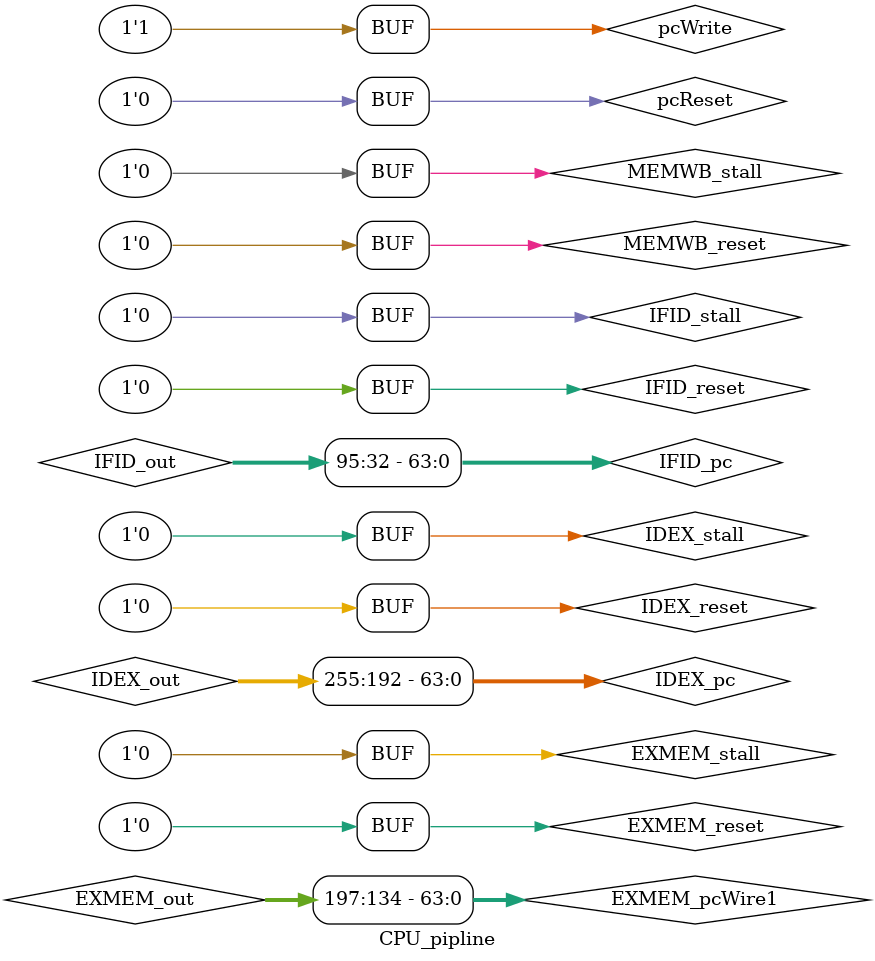
<source format=v>
module CPU_pipline;
	wire clk;
	reg pcWrite,pcReset;
	wire [63:0] pcWire0,pcWire1;
	wire [63:0] pc,oldPC;
	wire [31:0] ins;
	wire [10:0] opcode;
	wire C_Reg2Loc
		,C_RegWrite
		,C_Branch
		,C_MemRead
		,C_MemWrite
		,C_MemtoReg
		,C_ALUSrc ;
	wire [1:0] C_ALUOp;
	wire [4:0] reg1in,reg2in;
	wire [63:0] dataC,dataB,dataA;
	wire [3:0] ALUctrl;
	wire [63:0] ALURes;
	wire ALU_Z;
	wire [63:0] aluDataB;
	wire [63:0] extendedImd,shiftedImd;
	wire [63:0] MemReadData;


	parameter IFID_n = 96;
	parameter IDEX_n = 296;//7+64+64+64+64+32+1;
	parameter EXMEM_n = 203;//5+64+64+1+64+5+1;
	parameter MEMWB_n = 135;//2+5+64+64;

	reg IFID_reset,IDEX_reset,EXMEM_reset,MEMWB_reset;
	
	
	
	
	reg IFID_stall,IDEX_stall,EXMEM_stall,MEMWB_stall;
	
	
	
	

	wire [IFID_n-1:0] IFID_out;
	wire [IDEX_n-1:0] IDEX_out;
	wire [EXMEM_n-1:0] EXMEM_out;
	wire [MEMWB_n-1:0] MEMWB_out;
	
	PC#(.n(IFID_n)) IFID(clk,IFID_reset,~IFID_stall,
		{pc,ins}
		,IFID_out);

	
	wire [31:0] IFID_ins;
	wire [63:0] IFID_pc;

	assign IFID_ins = IFID_out[31:0];
	assign IFID_pc = IFID_out[95:32];

	assign opcode = IFID_ins[31:21];
	assign reg1in = IFID_ins[9:5];

	PC#(.n(IDEX_n)) IDEX(clk,IDEX_reset,~IDEX_stall,
		{IFID_ins
		,C_RegWrite
		,C_Branch
		,C_MemRead
		,C_MemWrite
		,C_MemtoReg
		,C_ALUSrc
		,C_ALUOp
		,IFID_pc
		,dataA,dataB,extendedImd}
		,IDEX_out);

	
	wire IDEX_C_Branch,
		IDEX_C_RegWrite,
		IDEX_C_MemRead,
		IDEX_C_MemWrite,
		IDEX_C_MemtoReg,
		IDEX_C_ALUSrc;
	wire [31:0] IDEX_ins;
	wire [1:0] IDEX_C_ALUOp;
	wire [63:0] IDEX_pc;
	wire [63:0] IDEX_dataA;
	wire [63:0] IDEX_dataB;
	wire [63:0] IDEX_extendedImd;


	assign IDEX_ins = IDEX_out[295:264];
	assign IDEX_C_RegWrite = IDEX_out[263];
	assign IDEX_C_Branch = IDEX_out[262];
	assign IDEX_C_MemRead = IDEX_out[261];
	assign IDEX_C_MemWrite = IDEX_out[260];
	assign IDEX_C_MemtoReg = IDEX_out[259];
	assign IDEX_C_ALUSrc= IDEX_out[258];
	assign IDEX_C_ALUOp = IDEX_out[257:256];
	assign IDEX_pc = IDEX_out[255:192];
	assign IDEX_dataA = IDEX_out[191:128];
	assign IDEX_dataB = IDEX_out[127:64];
	assign IDEX_extendedImd = IDEX_out[63:0];
	


	PC#(.n(EXMEM_n)) EXMEM(clk,EXMEM_reset,~EXMEM_stall,
		{IDEX_C_RegWrite	
		,IDEX_C_Branch
		,IDEX_C_MemRead
		,IDEX_C_MemWrite
		,IDEX_C_MemtoReg
		,pcWire1
		,ALU_Z
		,ALURes
		,IDEX_dataB
		,ins[4:0]
		}
		,EXMEM_out);

	wire EXMEM_C_RegWrite
		,EXMEM_C_Branch
		,EXMEM_C_MemRead
		,EXMEM_C_MemWrite
		,EXMEM_C_MemtoReg
		,EXMEM_ALU_Z;
	wire [63:0]EXMEM_pcWire1;
	wire [63:0]EXMEM_ALURes;
	wire [63:0]EXMEM_IDEX_dataB;
	wire [4:0]EXMEM_ins4_0;

	assign EXMEM_C_RegWrite = EXMEM_out[202];
	assign EXMEM_C_Branch = EXMEM_out[201];
	assign EXMEM_C_MemRead = EXMEM_out[200];
	assign EXMEM_C_MemWrite = EXMEM_out[199];
	assign EXMEM_C_MemtoReg = EXMEM_out[198];
	assign EXMEM_pcWire1 = EXMEM_out[197:134];
	assign EXMEM_ALU_Z = EXMEM_out[133];
	assign EXMEM_ALURes = EXMEM_out[132:69];
	assign EXMEM_IDEX_dataB = EXMEM_out[68:5];
	assign EXMEM_ins4_0 = EXMEM_out[4:0];

	PC#(.n(MEMWB_n)) MEMWB(clk,MEMWB_reset,~MEMWB_stall,
		{EXMEM_C_RegWrite
		,EXMEM_C_MemtoReg
		,MemReadData
		,EXMEM_ALURes
		,EXMEM_ins4_0
		}
		,MEMWB_out);

	wire MEMWB_C_RegWrite
		,MEMWB_C_MemtoReg;
	wire [63:0]MEMWB_MemReadData;
	wire [63:0]MEMWB_ALURes;
	wire [4:0]MEMWB_ins4_0;
	
	assign  MEMWB_C_RegWrite = MEMWB_out[134];
	assign MEMWB_C_MemtoReg = MEMWB_out[133];
	assign MEMWB_MemReadData = MEMWB_out[132:69];
	assign MEMWB_ALURes = MEMWB_out[68:5];
	assign MEMWB_ins4_0 = MEMWB_out[4:0];

	initial begin
		pcWrite = 0;
		pcReset = 1;

		IFID_reset = 1;
		IDEX_reset = 1;
		EXMEM_reset = 1;
		MEMWB_reset = 1;

		IFID_stall = 1;
		IDEX_stall = 1;
		EXMEM_stall = 1;
		MEMWB_stall = 1;
	end
	always @(pc) begin
		pcWrite = 1;
		pcReset = 0;

		IFID_reset = 0;
		IDEX_reset = 0;
		EXMEM_reset = 0;
		MEMWB_reset = 0;

		IFID_stall = 0;
		IDEX_stall = 0;
		EXMEM_stall = 0;
		MEMWB_stall = 0;




 
 
 
 
 









		$display("\tIFID_ins: %b
\tIFID_pc: %d

\tIDEX_ins: %b
\tIDEX_C_RegWrite: %b
\tIDEX_C_Branch: %b
\tIDEX_C_MemRead: %b
\tIDEX_C_MemWrite: %b
\tIDEX_C_MemtoReg: %b
\tIDEX_C_ALUSrc: %b
\tIDEX_C_ALUOp: %b
\tIDEX_pc: %d
\tIDEX_dataA: %d
\tIDEX_dataB: %d
\tIDEX_extendedImd: %d

\tEXMEM_C_RegWrite: %b
\tEXMEM_C_Branch: %b
\tEXMEM_C_MemRead: %b
\tEXMEM_C_MemWrite: %b
\tEXMEM_C_MemtoReg: %b
\tEXMEM_pcWire1: %d
\tEXMEM_ALU_Z: %b
\tEXMEM_ALURes: %d
\tEXMEM_IDEX_dataB: %d
\tEXMEM_ins4_0: %d

\tMEMWB_C_RegWrite: %b
\tMEMWB_C_MemtoReg: %b
\tMEMWB_MemReadData: %d
\tMEMWB_ALURes: %d
\tMEMWB_ins4_0: %d",IFID_ins,
				IFID_pc,
				IDEX_ins,
				IDEX_C_RegWrite,
				IDEX_C_Branch,
				IDEX_C_MemRead,
				IDEX_C_MemWrite,
				IDEX_C_MemtoReg,
				IDEX_C_ALUSrc,
				IDEX_C_ALUOp,
				IDEX_pc,
				IDEX_dataA,
				IDEX_dataB,
				IDEX_extendedImd,
				EXMEM_C_RegWrite,
				EXMEM_C_Branch,
				EXMEM_C_MemRead,
				EXMEM_C_MemWrite,
				EXMEM_C_MemtoReg,
				EXMEM_pcWire1,
				EXMEM_ALU_Z,
				EXMEM_ALURes,
				EXMEM_IDEX_dataB,
				EXMEM_ins4_0,
				MEMWB_C_RegWrite,
				MEMWB_C_MemtoReg,
				MEMWB_MemReadData,
				MEMWB_ALURes,
				MEMWB_ins4_0);



	end
	os os0(clk);
	PC PC0(clk,pcReset,pcWrite,oldPC,pc);
	InstructionMemory insMem0(pc,ins);
	Control control0(opcode,C_Reg2Loc,C_Branch,C_MemRead,C_MemWrite,C_MemtoReg,C_RegWrite,C_ALUSrc,C_ALUOp);
	ALUControl aluControl0(IDEX_ins,IDEX_C_ALUOp,ALUctrl);
	SignExtend32to64 signExtend0(ins,IDEX_extendedImd);
	Shift shifter0(IDEX_extendedImd,5'd2, 1'b0, shiftedImd);
	Adder64 AdderPC(pc,64'd4,pcWire0,cpc);
	Adder64 AdderBranch(IDEX_pc,shiftedImd,pcWire1,cbranch);

	MUX2to1#(.n(64)) muxPC(pcWire0,EXMEM_pcWire1,EXMEM_C_Branch&EXMEM_ALU_Z,oldPC);
	MUX2to1#(.n(5)) muxIns(IFID_ins[20:16],IFID_ins[4:0],C_Reg2Loc,reg2in);
	RegisterBank RegisterBank0(MEMWB_C_RegWrite,clk,reg1in,reg2in,MEMWB_ins4_0,dataC,dataA,dataB);
	MUX2to1#(.n(64)) muxALU(IDEX_dataB,IDEX_extendedImd,IDEX_C_ALUSrc,aluDataB);
	ALU ALU0(IDEX_dataA,aluDataB,ALUctrl,ALURes,ALU_Z,C);
	DataMemory dataMemory0(clk, EXMEM_ALURes,EXMEM_IDEX_dataB,EXMEM_C_MemRead,EXMEM_C_MemWrite,MemReadData);
	MUX2to1#(.n(64)) muxMem(MEMWB_ALURes,MEMWB_MemReadData,MEMWB_C_MemtoReg,dataC);

endmodule

</source>
